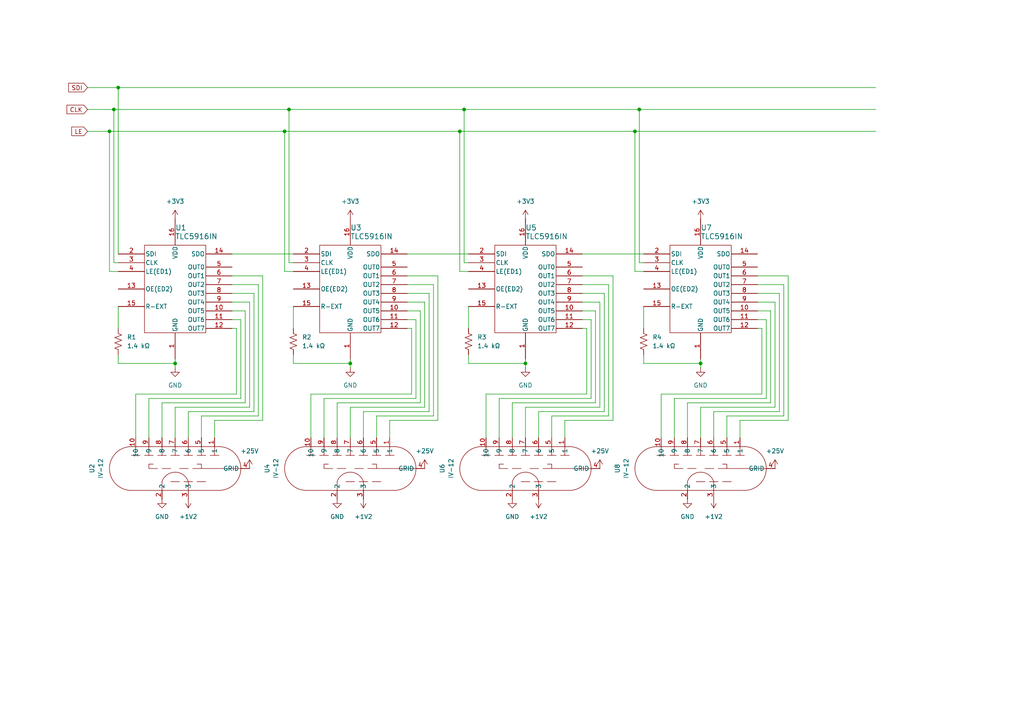
<source format=kicad_sch>
(kicad_sch (version 20231120) (generator "eeschema") (generator_version "8.0")
  (paper "A4")
  (title_block (title "NUMITRON CONTROL"))
  (lib_symbols
    (symbol "Device:R_US" (pin_numbers hide) (pin_names (offset 0))
      (property "Reference" "R" (at 2.54 0 90))
      (property "Value" "R_US" (at -2.54 0 90))
      (symbol "R_US_0_1"
        (polyline (pts (xy 0 -2.286) (xy 0 -2.54)))
        (polyline (pts (xy 0 2.286) (xy 0 2.54)))
        (polyline (pts (xy 0 -0.762) (xy 1.016 -1.143) (xy 0 -1.524) (xy -1.016 -1.905) (xy 0 -2.286)))
        (polyline (pts (xy 0 0.762) (xy 1.016 0.381) (xy 0 0) (xy -1.016 -0.381) (xy 0 -0.762)))
        (polyline (pts (xy 0 2.286) (xy 1.016 1.905) (xy 0 1.524) (xy -1.016 1.143) (xy 0 0.762)))
      )
      (symbol "R_US_1_1"
        (pin passive line (at 0 3.81 270) (length 1.27) (name "~") (number "1"))
        (pin passive line (at 0 -3.81 90) (length 1.27) (name "~") (number "2"))
      )
    )
    (symbol "New_Library:IV-12"
      (property "Reference" "U2" (at -22.86 0.6351 0))
      (property "Value" "~" (at -22.86 -1.27 0))
      (symbol "IV-12_0_1"
        (arc (start -12.7 6.35) (mid -19.05 0) (end -12.7 -6.35))
        (polyline (pts (xy -12.7 -6.35) (xy 12.7 -6.35)))
        (polyline (pts (xy -12.7 6.35) (xy 12.7 6.35)))
        (polyline (pts (xy -11.43 3.81) (xy -11.43 6.35)))
        (polyline (pts (xy -10.16 3.81) (xy -12.7 3.81)))
        (polyline (pts (xy -7.62 0) (xy -19.05 0)))
        (polyline (pts (xy -7.62 3.81) (xy -7.62 6.35)))
        (polyline (pts (xy -6.35 -3.81) (xy -8.89 -3.81)))
        (polyline (pts (xy -6.35 3.81) (xy -8.89 3.81)))
        (polyline (pts (xy -3.81 -3.81) (xy -3.81 -6.35)))
        (polyline (pts (xy -3.81 3.81) (xy -3.81 6.35)))
        (polyline (pts (xy -2.54 -3.81) (xy -5.08 -3.81)))
        (polyline (pts (xy -2.54 3.81) (xy -5.08 3.81)))
        (polyline (pts (xy -1.27 -3.81) (xy 1.27 -3.81)))
        (polyline (pts (xy -1.27 0) (xy -3.81 0)))
        (polyline (pts (xy -1.27 3.81) (xy 1.27 3.81)))
        (polyline (pts (xy 0 3.81) (xy 0 6.35)))
        (polyline (pts (xy 1.27 0) (xy 3.81 0)))
        (polyline (pts (xy 2.54 3.81) (xy 5.08 3.81)))
        (polyline (pts (xy 3.81 -3.81) (xy 3.81 -6.35)))
        (polyline (pts (xy 3.81 3.81) (xy 3.81 6.35)))
        (polyline (pts (xy 6.35 3.81) (xy 8.89 3.81)))
        (polyline (pts (xy 7.62 3.81) (xy 7.62 6.35)))
        (polyline (pts (xy 10.16 3.81) (xy 12.7 3.81)))
        (polyline (pts (xy 11.43 3.81) (xy 11.43 6.35)))
        (polyline (pts (xy -5.08 0) (xy -7.62 0) (xy -7.62 1.27) (xy -6.35 1.27)))
        (polyline (pts (xy 5.08 0) (xy 7.62 0) (xy 7.62 1.27) (xy 6.35 1.27)))
        (arc (start 3.81 -3.81) (mid 0 -1.0639) (end -3.81 -3.81))
        (arc (start 12.7 -6.35) (mid 19.05 0) (end 12.7 6.35))
      )
      (symbol "IV-12_1_1"
        (pin input line (at -11.43 8.89 270) (length 2.54) (name "1") (number "1"))
        (pin input line (at 11.43 8.89 270) (length 2.54) (name "10") (number "10"))
        (pin power_in line (at 3.81 -8.89 90) (length 2.54) (name "2") (number "2"))
        (pin power_in line (at -3.81 -8.89 90) (length 2.54) (name "3") (number "3"))
        (pin input line (at -21.59 0 0) (length 2.54) (name "GRID") (number "4"))
        (pin input line (at -7.62 8.89 270) (length 2.54) (name "5") (number "5"))
        (pin input line (at -3.81 8.89 270) (length 2.54) (name "6") (number "6"))
        (pin input line (at 0 8.89 270) (length 2.54) (name "7") (number "7"))
        (pin input line (at 3.81 8.89 270) (length 2.54) (name "8") (number "8"))
        (pin input line (at 7.62 8.89 270) (length 2.54) (name "9") (number "9"))
      )
    )
    (symbol "New_Library:TLC5916IN" (pin_names (offset 0.254))
      (property "Reference" "U1" (at 0 5.08 0))
      (property "Value" "TLC5916IN" (at 0 2.54 0))
      (symbol "TLC5916IN_0_1"
        (pin power_in line (at 0 -33.02 90) (length 7.62) (name "GND") (number "1"))
        (pin output line (at 16.51 -2.54 180) (length 7.62) (name "SDO") (number "14"))
        (pin unspecified line (at -16.51 -17.78 0) (length 7.62) (name "R-EXT") (number "15"))
        (pin power_in line (at 0 7.62 270) (length 7.62) (name "VDD") (number "16"))
        (pin input line (at -16.51 -2.54 0) (length 7.62) (name "SDI") (number "2"))
        (pin input line (at -16.51 -5.08 0) (length 7.62) (name "CLK") (number "3"))
        (pin input line (at -16.51 -7.62 0) (length 7.62) (name "LE(ED1)") (number "4"))
      )
      (symbol "TLC5916IN_1_1"
        (rectangle (start -8.89 0) (end 8.89 -25.4))
        (pin output line (at 16.51 -19.05 180) (length 7.62) (name "OUT5") (number "10"))
        (pin output line (at 16.51 -21.59 180) (length 7.62) (name "OUT6") (number "11"))
        (pin output line (at 16.51 -24.13 180) (length 7.62) (name "OUT7") (number "12"))
        (pin output line (at -16.51 -12.7 0) (length 7.62) (name "OE(ED2)") (number "13"))
        (pin output line (at 16.51 -6.35 180) (length 7.62) (name "OUT0") (number "5"))
        (pin output line (at 16.51 -8.89 180) (length 7.62) (name "OUT1") (number "6"))
        (pin output line (at 16.51 -11.43 180) (length 7.62) (name "OUT2") (number "7"))
        (pin output line (at 16.51 -13.97 180) (length 7.62) (name "OUT3") (number "8"))
        (pin output line (at 16.51 -16.51 180) (length 7.62) (name "OUT4") (number "9"))
      )
    )
    (symbol "power:+1V2" (power) (pin_numbers hide) (pin_names (offset 0) hide)
      (property "Value" "+1V2" (at 0 3.556 0))
      (symbol "+1V2_0_1"
        (polyline (pts (xy -0.762 1.27) (xy 0 2.54)))
        (polyline (pts (xy 0 0) (xy 0 2.54)))
        (polyline (pts (xy 0 2.54) (xy 0.762 1.27)))
      )
      (symbol "+1V2_1_1"
        (pin power_in line (at 0 0 90) (length 0) (name "~") (number "1"))
      )
    )
    (symbol "power:+24V" (power) (pin_numbers hide) (pin_names (offset 0) hide)
      (property "Value" "+24V" (at 0 3.556 0))
      (symbol "+24V_0_1"
        (polyline (pts (xy -0.762 1.27) (xy 0 2.54)))
        (polyline (pts (xy 0 0) (xy 0 2.54)))
        (polyline (pts (xy 0 2.54) (xy 0.762 1.27)))
      )
      (symbol "+24V_1_1"
        (pin power_in line (at 0 0 90) (length 0) (name "~") (number "1"))
      )
    )
    (symbol "power:+3V3" (power) (pin_numbers hide) (pin_names (offset 0) hide)
      (property "Value" "+3V3" (at 0 3.556 0))
      (symbol "+3V3_0_1"
        (polyline (pts (xy -0.762 1.27) (xy 0 2.54)))
        (polyline (pts (xy 0 0) (xy 0 2.54)))
        (polyline (pts (xy 0 2.54) (xy 0.762 1.27)))
      )
      (symbol "+3V3_1_1"
        (pin power_in line (at 0 0 90) (length 0) (name "~") (number "1"))
      )
    )
    (symbol "power:GND" (power) (pin_numbers hide) (pin_names (offset 0) hide)
      (property "Value" "GND" (at 0 -3.81 0))
      (symbol "GND_0_1"
        (polyline (pts (xy 0 0) (xy 0 -1.27) (xy 1.27 -1.27) (xy 0 -2.54) (xy -1.27 -1.27) (xy 0 -1.27)))
      )
      (symbol "GND_1_1"
        (pin power_in line (at 0 0 270) (length 0) (name "~") (number "1"))
      )
    )
  )
  (junction (at 83.82 31.75))
  (junction (at 184.15 38.1))
  (junction (at 101.6 105.41))
  (junction (at 133.35 38.1))
  (junction (at 203.2 105.41))
  (junction (at 185.42 31.75))
  (junction (at 31.75 38.1))
  (junction (at 152.4 105.41))
  (junction (at 134.62 31.75))
  (junction (at 33.02 31.75))
  (junction (at 34.29 25.4))
  (junction (at 50.8 105.41))
  (junction (at 82.55 38.1))
  (wire (pts (xy 73.66 119.38) (xy 73.66 85.09)))
  (wire (pts (xy 123.19 118.11) (xy 123.19 87.63)))
  (wire (pts (xy 219.71 80.01) (xy 228.6 80.01)))
  (wire (pts (xy 135.89 76.2) (xy 134.62 76.2)))
  (wire (pts (xy 160.02 120.65) (xy 160.02 127)))
  (wire (pts (xy 54.61 119.38) (xy 73.66 119.38)))
  (wire (pts (xy 219.71 95.25) (xy 220.98 95.25)))
  (wire (pts (xy 90.17 114.3) (xy 90.17 127)))
  (wire (pts (xy 224.79 118.11) (xy 224.79 87.63)))
  (wire (pts (xy 34.29 78.74) (xy 31.75 78.74)))
  (wire (pts (xy 113.03 121.92) (xy 127 121.92)))
  (wire (pts (xy 127 121.92) (xy 127 80.01)))
  (wire (pts (xy 170.18 95.25) (xy 170.18 114.3)))
  (wire (pts (xy 34.29 105.41) (xy 50.8 105.41)))
  (wire (pts (xy 203.2 118.11) (xy 224.79 118.11)))
  (wire (pts (xy 72.39 118.11) (xy 72.39 87.63)))
  (wire (pts (xy 148.59 116.84) (xy 148.59 127)))
  (wire (pts (xy 144.78 115.57) (xy 171.45 115.57)))
  (wire (pts (xy 223.52 90.17) (xy 223.52 116.84)))
  (wire (pts (xy 118.11 80.01) (xy 127 80.01)))
  (wire (pts (xy 199.39 116.84) (xy 199.39 127)))
  (wire (pts (xy 140.97 114.3) (xy 140.97 127)))
  (wire (pts (xy 50.8 106.68) (xy 50.8 105.41)))
  (wire (pts (xy 97.79 116.84) (xy 97.79 127)))
  (wire (pts (xy 85.09 102.87) (xy 85.09 105.41)))
  (wire (pts (xy 118.11 95.25) (xy 119.38 95.25)))
  (wire (pts (xy 83.82 31.75) (xy 134.62 31.75)))
  (wire (pts (xy 125.73 120.65) (xy 109.22 120.65)))
  (wire (pts (xy 203.2 105.41) (xy 203.2 104.14)))
  (wire (pts (xy 184.15 38.1) (xy 184.15 78.74)))
  (wire (pts (xy 224.79 87.63) (xy 219.71 87.63)))
  (wire (pts (xy 34.29 76.2) (xy 33.02 76.2)))
  (wire (pts (xy 31.75 38.1) (xy 82.55 38.1)))
  (wire (pts (xy 25.4 25.4) (xy 34.29 25.4)))
  (wire (pts (xy 177.8 121.92) (xy 177.8 80.01)))
  (wire (pts (xy 105.41 127) (xy 105.41 119.38)))
  (wire (pts (xy 135.89 102.87) (xy 135.89 105.41)))
  (wire (pts (xy 82.55 38.1) (xy 82.55 78.74)))
  (wire (pts (xy 71.12 116.84) (xy 46.99 116.84)))
  (wire (pts (xy 39.37 114.3) (xy 39.37 127)))
  (wire (pts (xy 222.25 92.71) (xy 219.71 92.71)))
  (wire (pts (xy 69.85 115.57) (xy 69.85 92.71)))
  (wire (pts (xy 207.01 127) (xy 207.01 119.38)))
  (wire (pts (xy 25.4 31.75) (xy 33.02 31.75)))
  (wire (pts (xy 72.39 87.63) (xy 67.31 87.63)))
  (wire (pts (xy 50.8 105.41) (xy 50.8 104.14)))
  (wire (pts (xy 68.58 114.3) (xy 39.37 114.3)))
  (wire (pts (xy 156.21 119.38) (xy 175.26 119.38)))
  (wire (pts (xy 163.83 127) (xy 163.83 121.92)))
  (wire (pts (xy 50.8 118.11) (xy 72.39 118.11)))
  (wire (pts (xy 170.18 114.3) (xy 140.97 114.3)))
  (wire (pts (xy 85.09 88.9) (xy 85.09 95.25)))
  (wire (pts (xy 50.8 127) (xy 50.8 118.11)))
  (wire (pts (xy 124.46 85.09) (xy 118.11 85.09)))
  (wire (pts (xy 156.21 127) (xy 156.21 119.38)))
  (wire (pts (xy 175.26 85.09) (xy 168.91 85.09)))
  (wire (pts (xy 68.58 95.25) (xy 68.58 114.3)))
  (wire (pts (xy 120.65 92.71) (xy 118.11 92.71)))
  (wire (pts (xy 168.91 73.66) (xy 186.69 73.66)))
  (wire (pts (xy 185.42 31.75) (xy 254 31.75)))
  (wire (pts (xy 93.98 115.57) (xy 120.65 115.57)))
  (wire (pts (xy 135.89 105.41) (xy 152.4 105.41)))
  (wire (pts (xy 184.15 38.1) (xy 254 38.1)))
  (wire (pts (xy 105.41 119.38) (xy 124.46 119.38)))
  (wire (pts (xy 222.25 115.57) (xy 222.25 92.71)))
  (wire (pts (xy 186.69 102.87) (xy 186.69 105.41)))
  (wire (pts (xy 203.2 127) (xy 203.2 118.11)))
  (wire (pts (xy 185.42 31.75) (xy 185.42 76.2)))
  (wire (pts (xy 186.69 88.9) (xy 186.69 95.25)))
  (wire (pts (xy 46.99 116.84) (xy 46.99 127)))
  (wire (pts (xy 186.69 76.2) (xy 185.42 76.2)))
  (wire (pts (xy 67.31 73.66) (xy 85.09 73.66)))
  (wire (pts (xy 118.11 82.55) (xy 125.73 82.55)))
  (wire (pts (xy 227.33 82.55) (xy 227.33 120.65)))
  (wire (pts (xy 71.12 90.17) (xy 71.12 116.84)))
  (wire (pts (xy 195.58 127) (xy 195.58 115.57)))
  (wire (pts (xy 76.2 121.92) (xy 76.2 80.01)))
  (wire (pts (xy 125.73 82.55) (xy 125.73 120.65)))
  (wire (pts (xy 85.09 76.2) (xy 83.82 76.2)))
  (wire (pts (xy 175.26 119.38) (xy 175.26 85.09)))
  (wire (pts (xy 186.69 78.74) (xy 184.15 78.74)))
  (wire (pts (xy 134.62 31.75) (xy 134.62 76.2)))
  (wire (pts (xy 168.91 90.17) (xy 172.72 90.17)))
  (wire (pts (xy 67.31 82.55) (xy 74.93 82.55)))
  (wire (pts (xy 227.33 120.65) (xy 210.82 120.65)))
  (wire (pts (xy 62.23 127) (xy 62.23 121.92)))
  (wire (pts (xy 172.72 90.17) (xy 172.72 116.84)))
  (wire (pts (xy 168.91 80.01) (xy 177.8 80.01)))
  (wire (pts (xy 58.42 120.65) (xy 58.42 127)))
  (wire (pts (xy 34.29 88.9) (xy 34.29 95.25)))
  (wire (pts (xy 34.29 25.4) (xy 254 25.4)))
  (wire (pts (xy 101.6 127) (xy 101.6 118.11)))
  (wire (pts (xy 207.01 119.38) (xy 226.06 119.38)))
  (wire (pts (xy 85.09 105.41) (xy 101.6 105.41)))
  (wire (pts (xy 152.4 127) (xy 152.4 118.11)))
  (wire (pts (xy 93.98 127) (xy 93.98 115.57)))
  (wire (pts (xy 101.6 118.11) (xy 123.19 118.11)))
  (wire (pts (xy 113.03 127) (xy 113.03 121.92)))
  (wire (pts (xy 62.23 121.92) (xy 76.2 121.92)))
  (wire (pts (xy 134.62 31.75) (xy 185.42 31.75)))
  (wire (pts (xy 172.72 116.84) (xy 148.59 116.84)))
  (wire (pts (xy 195.58 115.57) (xy 222.25 115.57)))
  (wire (pts (xy 226.06 119.38) (xy 226.06 85.09)))
  (wire (pts (xy 173.99 118.11) (xy 173.99 87.63)))
  (wire (pts (xy 228.6 121.92) (xy 228.6 80.01)))
  (wire (pts (xy 120.65 115.57) (xy 120.65 92.71)))
  (wire (pts (xy 83.82 31.75) (xy 83.82 76.2)))
  (wire (pts (xy 34.29 102.87) (xy 34.29 105.41)))
  (wire (pts (xy 31.75 38.1) (xy 31.75 78.74)))
  (wire (pts (xy 220.98 114.3) (xy 191.77 114.3)))
  (wire (pts (xy 82.55 38.1) (xy 133.35 38.1)))
  (wire (pts (xy 171.45 115.57) (xy 171.45 92.71)))
  (wire (pts (xy 33.02 31.75) (xy 83.82 31.75)))
  (wire (pts (xy 34.29 25.4) (xy 34.29 73.66)))
  (wire (pts (xy 168.91 95.25) (xy 170.18 95.25)))
  (wire (pts (xy 219.71 82.55) (xy 227.33 82.55)))
  (wire (pts (xy 191.77 114.3) (xy 191.77 127)))
  (wire (pts (xy 67.31 80.01) (xy 76.2 80.01)))
  (wire (pts (xy 203.2 106.68) (xy 203.2 105.41)))
  (wire (pts (xy 133.35 38.1) (xy 133.35 78.74)))
  (wire (pts (xy 121.92 116.84) (xy 97.79 116.84)))
  (wire (pts (xy 74.93 82.55) (xy 74.93 120.65)))
  (wire (pts (xy 214.63 127) (xy 214.63 121.92)))
  (wire (pts (xy 210.82 120.65) (xy 210.82 127)))
  (wire (pts (xy 25.4 38.1) (xy 31.75 38.1)))
  (wire (pts (xy 119.38 114.3) (xy 90.17 114.3)))
  (wire (pts (xy 54.61 127) (xy 54.61 119.38)))
  (wire (pts (xy 135.89 88.9) (xy 135.89 95.25)))
  (wire (pts (xy 118.11 73.66) (xy 135.89 73.66)))
  (wire (pts (xy 124.46 119.38) (xy 124.46 85.09)))
  (wire (pts (xy 152.4 106.68) (xy 152.4 105.41)))
  (wire (pts (xy 74.93 120.65) (xy 58.42 120.65)))
  (wire (pts (xy 73.66 85.09) (xy 67.31 85.09)))
  (wire (pts (xy 176.53 82.55) (xy 176.53 120.65)))
  (wire (pts (xy 135.89 78.74) (xy 133.35 78.74)))
  (wire (pts (xy 69.85 92.71) (xy 67.31 92.71)))
  (wire (pts (xy 152.4 105.41) (xy 152.4 104.14)))
  (wire (pts (xy 168.91 82.55) (xy 176.53 82.55)))
  (wire (pts (xy 171.45 92.71) (xy 168.91 92.71)))
  (wire (pts (xy 163.83 121.92) (xy 177.8 121.92)))
  (wire (pts (xy 43.18 115.57) (xy 69.85 115.57)))
  (wire (pts (xy 101.6 105.41) (xy 101.6 104.14)))
  (wire (pts (xy 214.63 121.92) (xy 228.6 121.92)))
  (wire (pts (xy 33.02 31.75) (xy 33.02 76.2)))
  (wire (pts (xy 101.6 106.68) (xy 101.6 105.41)))
  (wire (pts (xy 118.11 90.17) (xy 121.92 90.17)))
  (wire (pts (xy 119.38 95.25) (xy 119.38 114.3)))
  (wire (pts (xy 109.22 120.65) (xy 109.22 127)))
  (wire (pts (xy 173.99 87.63) (xy 168.91 87.63)))
  (wire (pts (xy 152.4 118.11) (xy 173.99 118.11)))
  (wire (pts (xy 123.19 87.63) (xy 118.11 87.63)))
  (wire (pts (xy 121.92 90.17) (xy 121.92 116.84)))
  (wire (pts (xy 219.71 90.17) (xy 223.52 90.17)))
  (wire (pts (xy 186.69 105.41) (xy 203.2 105.41)))
  (wire (pts (xy 67.31 95.25) (xy 68.58 95.25)))
  (wire (pts (xy 144.78 127) (xy 144.78 115.57)))
  (wire (pts (xy 67.31 90.17) (xy 71.12 90.17)))
  (wire (pts (xy 220.98 95.25) (xy 220.98 114.3)))
  (wire (pts (xy 226.06 85.09) (xy 219.71 85.09)))
  (wire (pts (xy 43.18 127) (xy 43.18 115.57)))
  (wire (pts (xy 176.53 120.65) (xy 160.02 120.65)))
  (wire (pts (xy 85.09 78.74) (xy 82.55 78.74)))
  (wire (pts (xy 133.35 38.1) (xy 184.15 38.1)))
  (wire (pts (xy 223.52 116.84) (xy 199.39 116.84)))
  (global_label "LE" (shape input) (at 25.4 38.1 180) (property "Intersheetrefs" "${INTERSHEET_REFS}" (effects (hide yes))))
  (global_label "CLK" (shape input) (at 25.4 31.75 180) (property "Intersheetrefs" "${INTERSHEET_REFS}" (effects (hide yes))))
  (global_label "SDI" (shape input) (at 25.4 25.4 180) (property "Intersheetrefs" "${INTERSHEET_REFS}" (effects (hide yes))))
  (symbol (lib_id "power:+3V3") (at 101.6 63.5 0) (unit 1)
    (property "Reference" "#PWR09" (effects (hide yes)))
    (property "Value" "+3V3" (at 101.6 58.42 0))
    (property "Description" "Power symbol creates a global label with name \"+3V3\"" (effects (hide yes)))
  )
  (symbol (lib_id "Device:R_US") (at 186.69 99.06 0) (unit 1)
    (property "Reference" "R4" (at 189.23 97.7899 0) (effects (justify left)))
    (property "Value" "1.4 kΩ" (at 189.23 100.3299 0) (effects (justify left)))
    (property "Description" "Resistor, US symbol" (effects (hide yes)))
  )
  (symbol (lib_id "New_Library:IV-12") (at 152.4 135.89 0) (mirror y) (unit 1)
    (property "Reference" "U6" (at 128.27 135.89 90))
    (property "Value" "IV-12" (at 130.81 135.89 90))
  )
  (symbol (lib_id "power:GND") (at 152.4 106.68 0) (unit 1)
    (property "Reference" "#PWR015" (effects (hide yes)))
    (property "Value" "GND" (at 152.4 111.76 0))
    (property "Description" "Power symbol creates a global label with name \"GND\" , ground" (effects (hide yes)))
  )
  (symbol (lib_id "power:GND") (at 101.6 106.68 0) (unit 1)
    (property "Reference" "#PWR010" (effects (hide yes)))
    (property "Value" "GND" (at 101.6 111.76 0))
    (property "Description" "Power symbol creates a global label with name \"GND\" , ground" (effects (hide yes)))
  )
  (symbol (lib_id "power:+3V3") (at 152.4 63.5 0) (unit 1)
    (property "Reference" "#PWR014" (effects (hide yes)))
    (property "Value" "+3V3" (at 152.4 58.42 0))
    (property "Description" "Power symbol creates a global label with name \"+3V3\"" (effects (hide yes)))
  )
  (symbol (lib_id "New_Library:IV-12") (at 50.8 135.89 0) (mirror y) (unit 1)
    (property "Reference" "U2" (at 26.67 135.89 90))
    (property "Value" "IV-12" (at 29.21 135.89 90))
  )
  (symbol (lib_id "Device:R_US") (at 135.89 99.06 0) (unit 1)
    (property "Reference" "R3" (at 138.43 97.7899 0) (effects (justify left)))
    (property "Value" "1.4 kΩ" (at 138.43 100.3299 0) (effects (justify left)))
    (property "Description" "Resistor, US symbol" (effects (hide yes)))
  )
  (symbol (lib_id "power:GND") (at 97.79 144.78 0) (unit 1)
    (property "Reference" "#PWR08" (effects (hide yes)))
    (property "Value" "GND" (at 97.79 149.86 0))
    (property "Description" "Power symbol creates a global label with name \"GND\" , ground" (effects (hide yes)))
  )
  (symbol (lib_id "New_Library:TLC5916IN") (at 50.8 71.12 0) (unit 1)
    (property "Reference" "U1" (at 50.8 66.04 0) (effects (font (size 1.524 1.524)) (justify left)))
    (property "Value" "TLC5916IN" (at 50.8 68.58 0) (effects (font (size 1.524 1.524)) (justify left)))
    (property "Footprint" "N16" (effects (hide yes)))
    (property "Datasheet" "https://www.ti.com/lit/ds/symlink/tlc5916.pdf?HQS=dis-dk-null-digikeymode-dsf-pf-null-wwe&ts=1725116720774&ref_url=https%253A%252F%252Fwww.ti.com%252Fgeneral%252Fdocs%252Fsuppproductinfo.tsp%253FdistId%253D10%2526gotoUrl%253Dhttps%253A%252F%252Fwww.ti.com%252Flit%252Fgpn%252Ftlc5916" (effects (hide yes)))
  )
  (symbol (lib_id "power:+1V2") (at 54.61 144.78 180) (unit 1)
    (property "Reference" "#PWR06" (effects (hide yes)))
    (property "Value" "+1V2" (at 54.61 149.86 0))
    (property "Description" "Power symbol creates a global label with name \"+1V2\"" (effects (hide yes)))
  )
  (symbol (lib_id "power:+24V") (at 123.19 135.89 0) (unit 1)
    (property "Reference" "#PWR012" (effects (hide yes)))
    (property "Value" "+25V" (at 123.19 130.81 0))
    (property "Description" "Power symbol creates a global label with name \"+24V\"" (effects (hide yes)))
  )
  (symbol (lib_id "New_Library:TLC5916IN") (at 203.2 71.12 0) (unit 1)
    (property "Reference" "U7" (at 203.2 66.04 0) (effects (font (size 1.524 1.524)) (justify left)))
    (property "Value" "TLC5916IN" (at 203.2 68.58 0) (effects (font (size 1.524 1.524)) (justify left)))
    (property "Footprint" "N16" (effects (hide yes)))
    (property "Datasheet" "https://www.ti.com/lit/ds/symlink/tlc5916.pdf?HQS=dis-dk-null-digikeymode-dsf-pf-null-wwe&ts=1725116720774&ref_url=https%253A%252F%252Fwww.ti.com%252Fgeneral%252Fdocs%252Fsuppproductinfo.tsp%253FdistId%253D10%2526gotoUrl%253Dhttps%253A%252F%252Fwww.ti.com%252Flit%252Fgpn%252Ftlc5916" (effects (hide yes)))
  )
  (symbol (lib_id "power:GND") (at 148.59 144.78 0) (unit 1)
    (property "Reference" "#PWR013" (effects (hide yes)))
    (property "Value" "GND" (at 148.59 149.86 0))
    (property "Description" "Power symbol creates a global label with name \"GND\" , ground" (effects (hide yes)))
  )
  (symbol (lib_id "power:+3V3") (at 203.2 63.5 0) (unit 1)
    (property "Reference" "#PWR019" (effects (hide yes)))
    (property "Value" "+3V3" (at 203.2 58.42 0))
    (property "Description" "Power symbol creates a global label with name \"+3V3\"" (effects (hide yes)))
  )
  (symbol (lib_id "New_Library:TLC5916IN") (at 101.6 71.12 0) (unit 1)
    (property "Reference" "U3" (at 101.6 66.04 0) (effects (font (size 1.524 1.524)) (justify left)))
    (property "Value" "TLC5916IN" (at 101.6 68.58 0) (effects (font (size 1.524 1.524)) (justify left)))
    (property "Footprint" "N16" (effects (hide yes)))
    (property "Datasheet" "https://www.ti.com/lit/ds/symlink/tlc5916.pdf?HQS=dis-dk-null-digikeymode-dsf-pf-null-wwe&ts=1725116720774&ref_url=https%253A%252F%252Fwww.ti.com%252Fgeneral%252Fdocs%252Fsuppproductinfo.tsp%253FdistId%253D10%2526gotoUrl%253Dhttps%253A%252F%252Fwww.ti.com%252Flit%252Fgpn%252Ftlc5916" (effects (hide yes)))
  )
  (symbol (lib_id "Device:R_US") (at 34.29 99.06 0) (unit 1)
    (property "Reference" "R1" (at 36.83 97.7899 0) (effects (justify left)))
    (property "Value" "1.4 kΩ" (at 36.83 100.3299 0) (effects (justify left)))
    (property "Description" "Resistor, US symbol" (effects (hide yes)))
  )
  (symbol (lib_id "power:+24V") (at 173.99 135.89 0) (unit 1)
    (property "Reference" "#PWR017" (effects (hide yes)))
    (property "Value" "+25V" (at 173.99 130.81 0))
    (property "Description" "Power symbol creates a global label with name \"+24V\"" (effects (hide yes)))
  )
  (symbol (lib_id "power:GND") (at 199.39 144.78 0) (unit 1)
    (property "Reference" "#PWR018" (effects (hide yes)))
    (property "Value" "GND" (at 199.39 149.86 0))
    (property "Description" "Power symbol creates a global label with name \"GND\" , ground" (effects (hide yes)))
  )
  (symbol (lib_id "power:+3V3") (at 50.8 63.5 0) (unit 1)
    (property "Reference" "#PWR04" (effects (hide yes)))
    (property "Value" "+3V3" (at 50.8 58.42 0))
    (property "Description" "Power symbol creates a global label with name \"+3V3\"" (effects (hide yes)))
  )
  (symbol (lib_id "power:GND") (at 46.99 144.78 0) (unit 1)
    (property "Reference" "#PWR03" (effects (hide yes)))
    (property "Value" "GND" (at 46.99 149.86 0))
    (property "Description" "Power symbol creates a global label with name \"GND\" , ground" (effects (hide yes)))
  )
  (symbol (lib_id "New_Library:TLC5916IN") (at 152.4 71.12 0) (unit 1)
    (property "Reference" "U5" (at 152.4 66.04 0) (effects (font (size 1.524 1.524)) (justify left)))
    (property "Value" "TLC5916IN" (at 152.4 68.58 0) (effects (font (size 1.524 1.524)) (justify left)))
    (property "Footprint" "N16" (effects (hide yes)))
    (property "Datasheet" "https://www.ti.com/lit/ds/symlink/tlc5916.pdf?HQS=dis-dk-null-digikeymode-dsf-pf-null-wwe&ts=1725116720774&ref_url=https%253A%252F%252Fwww.ti.com%252Fgeneral%252Fdocs%252Fsuppproductinfo.tsp%253FdistId%253D10%2526gotoUrl%253Dhttps%253A%252F%252Fwww.ti.com%252Flit%252Fgpn%252Ftlc5916" (effects (hide yes)))
  )
  (symbol (lib_id "power:+1V2") (at 207.01 144.78 180) (unit 1)
    (property "Reference" "#PWR021" (effects (hide yes)))
    (property "Value" "+1V2" (at 207.01 149.86 0))
    (property "Description" "Power symbol creates a global label with name \"+1V2\"" (effects (hide yes)))
  )
  (symbol (lib_id "Device:R_US") (at 85.09 99.06 0) (unit 1)
    (property "Reference" "R2" (at 87.63 97.7899 0) (effects (justify left)))
    (property "Value" "1.4 kΩ" (at 87.63 100.3299 0) (effects (justify left)))
    (property "Description" "Resistor, US symbol" (effects (hide yes)))
  )
  (symbol (lib_id "power:GND") (at 50.8 106.68 0) (unit 1)
    (property "Reference" "#PWR05" (effects (hide yes)))
    (property "Value" "GND" (at 50.8 111.76 0))
    (property "Description" "Power symbol creates a global label with name \"GND\" , ground" (effects (hide yes)))
  )
  (symbol (lib_id "power:+24V") (at 72.39 135.89 0) (unit 1)
    (property "Reference" "#PWR07" (effects (hide yes)))
    (property "Value" "+25V" (at 72.39 130.81 0))
    (property "Description" "Power symbol creates a global label with name \"+24V\"" (effects (hide yes)))
  )
  (symbol (lib_id "New_Library:IV-12") (at 203.2 135.89 0) (mirror y) (unit 1)
    (property "Reference" "U8" (at 179.07 135.89 90))
    (property "Value" "IV-12" (at 181.61 135.89 90))
  )
  (symbol (lib_id "power:+1V2") (at 156.21 144.78 180) (unit 1)
    (property "Reference" "#PWR016" (effects (hide yes)))
    (property "Value" "+1V2" (at 156.21 149.86 0))
    (property "Description" "Power symbol creates a global label with name \"+1V2\"" (effects (hide yes)))
  )
  (symbol (lib_id "New_Library:IV-12") (at 101.6 135.89 0) (mirror y) (unit 1)
    (property "Reference" "U4" (at 77.47 135.89 90))
    (property "Value" "IV-12" (at 80.01 135.89 90))
  )
  (symbol (lib_id "power:GND") (at 203.2 106.68 0) (unit 1)
    (property "Reference" "#PWR020" (effects (hide yes)))
    (property "Value" "GND" (at 203.2 111.76 0))
    (property "Description" "Power symbol creates a global label with name \"GND\" , ground" (effects (hide yes)))
  )
  (symbol (lib_id "power:+24V") (at 224.79 135.89 0) (unit 1)
    (property "Reference" "#PWR022" (effects (hide yes)))
    (property "Value" "+25V" (at 224.79 130.81 0))
    (property "Description" "Power symbol creates a global label with name \"+24V\"" (effects (hide yes)))
  )
  (symbol (lib_id "power:+1V2") (at 105.41 144.78 180) (unit 1)
    (property "Reference" "#PWR011" (effects (hide yes)))
    (property "Value" "+1V2" (at 105.41 149.86 0))
    (property "Description" "Power symbol creates a global label with name \"+1V2\"" (effects (hide yes)))
  )
)
</source>
